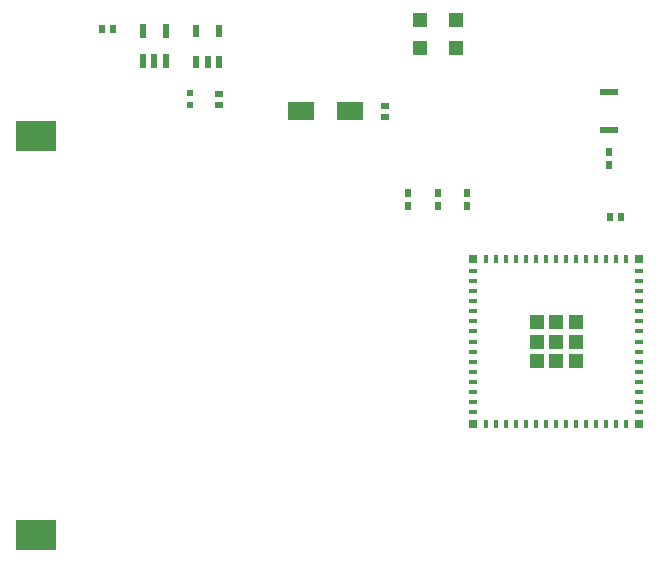
<source format=gtp>
G04*
G04 #@! TF.GenerationSoftware,Altium Limited,Altium Designer,20.0.13 (296)*
G04*
G04 Layer_Color=8421504*
%FSTAX42Y42*%
%MOMM*%
G71*
G01*
G75*
%ADD13R,0.60X1.20*%
%ADD14R,0.55X1.05*%
%ADD15R,0.40X0.80*%
%ADD16R,0.80X0.40*%
%ADD17R,1.20X1.20*%
%ADD18R,0.80X0.80*%
%ADD19R,1.50X0.55*%
%ADD20R,3.50X2.60*%
%ADD21R,2.20X1.55*%
%ADD22R,0.60X0.70*%
%ADD23R,0.50X0.48*%
%ADD24R,0.72X0.60*%
%ADD25R,0.60X0.72*%
%ADD26R,1.15X1.15*%
D13*
X008118Y013741D02*
D03*
X008214D02*
D03*
X008308D02*
D03*
Y013991D02*
D03*
X008118D02*
D03*
D14*
X008568Y013996D02*
D03*
X008758D02*
D03*
Y013736D02*
D03*
X008664D02*
D03*
X008568D02*
D03*
D15*
X012208Y012066D02*
D03*
X012124D02*
D03*
X012039D02*
D03*
X011954D02*
D03*
X011868D02*
D03*
X011783D02*
D03*
X011699D02*
D03*
X011614D02*
D03*
X011529D02*
D03*
X011443D02*
D03*
X011358D02*
D03*
X011274D02*
D03*
X011189D02*
D03*
X011104D02*
D03*
X011018D02*
D03*
Y010666D02*
D03*
X011104D02*
D03*
X011189D02*
D03*
X011274D02*
D03*
X011358D02*
D03*
X011443D02*
D03*
X011529D02*
D03*
X011614D02*
D03*
X011699D02*
D03*
X011783D02*
D03*
X011868D02*
D03*
X011954D02*
D03*
X012039D02*
D03*
X012124D02*
D03*
X012208D02*
D03*
D16*
X010914Y011961D02*
D03*
Y011876D02*
D03*
Y011791D02*
D03*
Y011706D02*
D03*
Y011621D02*
D03*
Y011536D02*
D03*
Y011451D02*
D03*
Y011366D02*
D03*
Y011281D02*
D03*
Y011196D02*
D03*
Y011111D02*
D03*
Y011026D02*
D03*
Y010941D02*
D03*
Y010856D02*
D03*
Y010771D02*
D03*
X012314D02*
D03*
Y010856D02*
D03*
Y010941D02*
D03*
Y011026D02*
D03*
Y011111D02*
D03*
Y011196D02*
D03*
Y011281D02*
D03*
Y011366D02*
D03*
Y011451D02*
D03*
Y011536D02*
D03*
Y011621D02*
D03*
Y011706D02*
D03*
Y011791D02*
D03*
Y011876D02*
D03*
Y011961D02*
D03*
D17*
X011614Y011366D02*
D03*
X011779Y011531D02*
D03*
X011614D02*
D03*
X011449D02*
D03*
Y011366D02*
D03*
Y011201D02*
D03*
X011614D02*
D03*
X011779D02*
D03*
Y011366D02*
D03*
D18*
X012314Y012066D02*
D03*
X010914D02*
D03*
Y010666D02*
D03*
X012314D02*
D03*
D19*
X012064Y013154D02*
D03*
Y013479D02*
D03*
D20*
X007214Y013106D02*
D03*
Y009726D02*
D03*
D21*
X009868Y013316D02*
D03*
X009458D02*
D03*
D22*
X012064Y012861D02*
D03*
Y012971D02*
D03*
X010864Y012511D02*
D03*
Y012621D02*
D03*
X010614Y012511D02*
D03*
Y012621D02*
D03*
X010364D02*
D03*
Y012511D02*
D03*
D23*
X008514Y013467D02*
D03*
Y013365D02*
D03*
D24*
X010164Y01327D02*
D03*
Y013362D02*
D03*
X008764Y013462D02*
D03*
Y01337D02*
D03*
D25*
X007768Y014016D02*
D03*
X00786D02*
D03*
X01216Y012416D02*
D03*
X012068D02*
D03*
D26*
X010764Y013849D02*
D03*
Y014084D02*
D03*
X010464Y013849D02*
D03*
Y014084D02*
D03*
M02*

</source>
